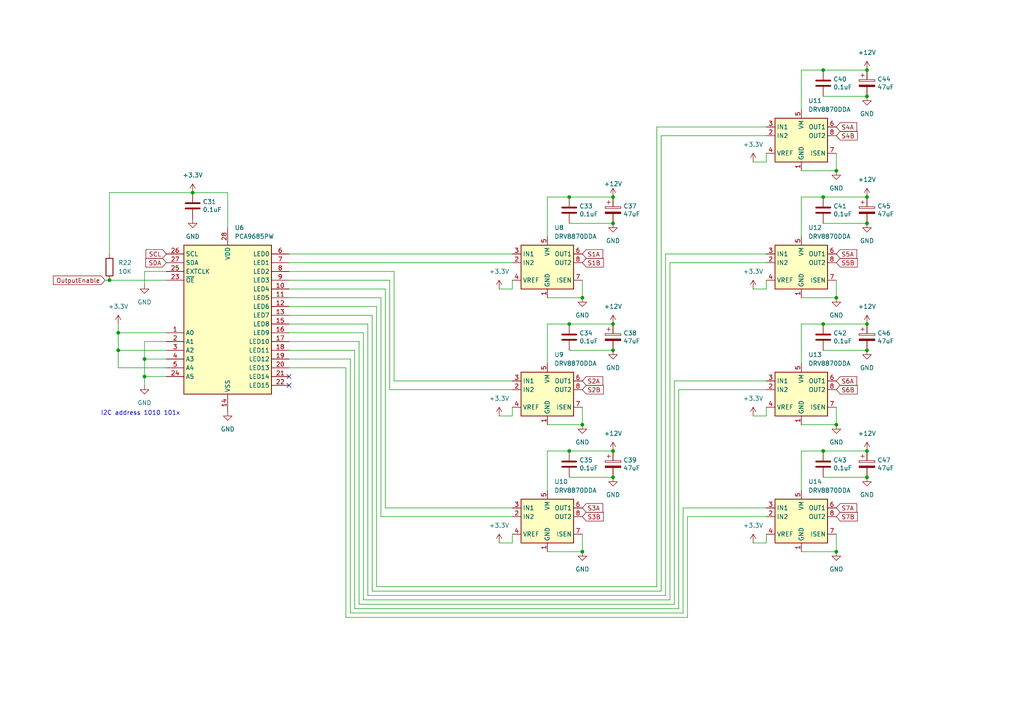
<source format=kicad_sch>
(kicad_sch (version 20230121) (generator eeschema)
  (paper "A4")
  (title_block (title "DRVs") (date "2023-11-26"))
  (lib_symbols
    (symbol "Device:C" (pin_numbers hide) (pin_names (offset 0.254))
      (property "Reference" "C" (at 0.635 2.54 0))
      (property "Value" "C" (at 0.635 -2.54 0))
      (symbol "C_0_1"
        (polyline (pts (xy -2.032 -0.762) (xy 2.032 -0.762)) (stroke (width 0.508)))
        (polyline (pts (xy -2.032 0.762) (xy 2.032 0.762)) (stroke (width 0.508)))
      )
      (symbol "C_1_1"
        (pin passive line (at 0 3.81 270) (length 2.794) (name "~") (number "1"))
        (pin passive line (at 0 -3.81 90) (length 2.794) (name "~") (number "2"))
      )
    )
    (symbol "Device:C_Polarized" (pin_numbers hide) (pin_names (offset 0.254))
      (property "Reference" "C" (at 0.635 2.54 0))
      (property "Value" "C_Polarized" (at 0.635 -2.54 0))
      (symbol "C_Polarized_0_1"
        (rectangle (start -2.286 0.508) (end 2.286 1.016))
        (polyline (pts (xy -1.778 2.286) (xy -0.762 2.286)))
        (polyline (pts (xy -1.27 2.794) (xy -1.27 1.778)))
        (rectangle (start 2.286 -0.508) (end -2.286 -1.016) (fill (type outline)))
      )
      (symbol "C_Polarized_1_1"
        (pin passive line (at 0 3.81 270) (length 2.794) (name "~") (number "1"))
        (pin passive line (at 0 -3.81 90) (length 2.794) (name "~") (number "2"))
      )
    )
    (symbol "Device:R" (pin_numbers hide) (pin_names (offset 0))
      (property "Reference" "R" (at 2.032 0 90))
      (property "Value" "R" (at 0 0 90))
      (symbol "R_0_1"
        (rectangle (start -1.016 -2.54) (end 1.016 2.54) (stroke (width 0.254)))
      )
      (symbol "R_1_1"
        (pin passive line (at 0 3.81 270) (length 1.27) (name "~") (number "1"))
        (pin passive line (at 0 -3.81 90) (length 1.27) (name "~") (number "2"))
      )
    )
    (symbol "Driver_LED:PCA9685PW"
      (property "Reference" "U" (at -12.7 22.225 0))
      (property "Value" "PCA9685PW" (at 1.27 22.225 0))
      (symbol "PCA9685PW_0_1"
        (rectangle (start -12.7 20.32) (end 12.7 -22.86) (stroke (width 0.254)) (fill (type background)))
      )
      (symbol "PCA9685PW_1_1"
        (pin input line (at -17.78 -5.08 0) (length 5.08) (name "A0") (number "1"))
        (pin output line (at 17.78 7.62 180) (length 5.08) (name "LED4") (number "10"))
        (pin output line (at 17.78 5.08 180) (length 5.08) (name "LED5") (number "11"))
        (pin output line (at 17.78 2.54 180) (length 5.08) (name "LED6") (number "12"))
        (pin output line (at 17.78 0 180) (length 5.08) (name "LED7") (number "13"))
        (pin power_in line (at 0 -27.94 90) (length 5.08) (name "VSS") (number "14"))
        (pin output line (at 17.78 -2.54 180) (length 5.08) (name "LED8") (number "15"))
        (pin output line (at 17.78 -5.08 180) (length 5.08) (name "LED9") (number "16"))
        (pin output line (at 17.78 -7.62 180) (length 5.08) (name "LED10") (number "17"))
        (pin output line (at 17.78 -10.16 180) (length 5.08) (name "LED11") (number "18"))
        (pin output line (at 17.78 -12.7 180) (length 5.08) (name "LED12") (number "19"))
        (pin input line (at -17.78 -7.62 0) (length 5.08) (name "A1") (number "2"))
        (pin output line (at 17.78 -15.24 180) (length 5.08) (name "LED13") (number "20"))
        (pin output line (at 17.78 -17.78 180) (length 5.08) (name "LED14") (number "21"))
        (pin output line (at 17.78 -20.32 180) (length 5.08) (name "LED15") (number "22"))
        (pin input line (at -17.78 10.16 0) (length 5.08) (name "~{OE}") (number "23"))
        (pin input line (at -17.78 -17.78 0) (length 5.08) (name "A5") (number "24"))
        (pin input line (at -17.78 12.7 0) (length 5.08) (name "EXTCLK") (number "25"))
        (pin input line (at -17.78 17.78 0) (length 5.08) (name "SCL") (number "26"))
        (pin bidirectional line (at -17.78 15.24 0) (length 5.08) (name "SDA") (number "27"))
        (pin power_in line (at 0 25.4 270) (length 5.08) (name "VDD") (number "28"))
        (pin input line (at -17.78 -10.16 0) (length 5.08) (name "A2") (number "3"))
        (pin input line (at -17.78 -12.7 0) (length 5.08) (name "A3") (number "4"))
        (pin input line (at -17.78 -15.24 0) (length 5.08) (name "A4") (number "5"))
        (pin output line (at 17.78 17.78 180) (length 5.08) (name "LED0") (number "6"))
        (pin output line (at 17.78 15.24 180) (length 5.08) (name "LED1") (number "7"))
        (pin output line (at 17.78 12.7 180) (length 5.08) (name "LED2") (number "8"))
        (pin output line (at 17.78 10.16 180) (length 5.08) (name "LED3") (number "9"))
      )
    )
    (symbol "Driver_Motor:DRV8870DDA"
      (property "Reference" "U" (at -6.35 6.35 0))
      (property "Value" "DRV8870DDA" (at 8.89 6.35 0))
      (symbol "DRV8870DDA_0_1"
        (rectangle (start -7.62 5.08) (end 7.62 -7.62) (stroke (width 0.254)) (fill (type background)))
      )
      (symbol "DRV8870DDA_1_1"
        (pin power_in line (at 0 -10.16 90) (length 2.54) (name "GND") (number "1"))
        (pin input line (at -10.16 0 0) (length 2.54) (name "IN2") (number "2"))
        (pin input line (at -10.16 2.54 0) (length 2.54) (name "IN1") (number "3"))
        (pin input line (at -10.16 -5.08 0) (length 2.54) (name "VREF") (number "4"))
        (pin power_in line (at 0 7.62 270) (length 2.54) (name "VM") (number "5"))
        (pin output line (at 10.16 2.54 180) (length 2.54) (name "OUT1") (number "6"))
        (pin passive line (at 10.16 -5.08 180) (length 2.54) (name "ISEN") (number "7"))
        (pin output line (at 10.16 0 180) (length 2.54) (name "OUT2") (number "8"))
        (pin passive line (at 0 -10.16 90) (length 2.54) hide (name "GND") (number "9"))
      )
    )
    (symbol "power:+12V" (power) (pin_names (offset 0))
      (property "Value" "+12V" (at 0 3.556 0))
      (symbol "+12V_0_1"
        (polyline (pts (xy -0.762 1.27) (xy 0 2.54)))
        (polyline (pts (xy 0 0) (xy 0 2.54)))
        (polyline (pts (xy 0 2.54) (xy 0.762 1.27)))
      )
      (symbol "+12V_1_1"
        (pin power_in line (at 0 0 90) (length 0) hide (name "+12V") (number "1"))
      )
    )
    (symbol "power:+3.3V" (power) (pin_names (offset 0))
      (property "Value" "+3.3V" (at 0 3.556 0))
      (symbol "+3.3V_0_1"
        (polyline (pts (xy -0.762 1.27) (xy 0 2.54)))
        (polyline (pts (xy 0 0) (xy 0 2.54)))
        (polyline (pts (xy 0 2.54) (xy 0.762 1.27)))
      )
      (symbol "+3.3V_1_1"
        (pin power_in line (at 0 0 90) (length 0) hide (name "+3.3V") (number "1"))
      )
    )
    (symbol "power:GND" (power) (pin_names (offset 0))
      (property "Value" "GND" (at 0 -3.81 0))
      (symbol "GND_0_1"
        (polyline (pts (xy 0 0) (xy 0 -1.27) (xy 1.27 -1.27) (xy 0 -2.54) (xy -1.27 -1.27) (xy 0 -1.27)))
      )
      (symbol "GND_1_1"
        (pin power_in line (at 0 0 270) (length 0) hide (name "GND") (number "1"))
      )
    )
  )
  (junction (at 34.29 96.52))
  (junction (at 251.46 57.15))
  (junction (at 31.75 81.28))
  (junction (at 242.57 49.53))
  (junction (at 34.29 101.6))
  (junction (at 177.8 64.77))
  (junction (at 41.91 104.14))
  (junction (at 251.46 27.94))
  (junction (at 165.1 93.98))
  (junction (at 168.91 86.36))
  (junction (at 177.8 138.43))
  (junction (at 177.8 57.15))
  (junction (at 251.46 130.81))
  (junction (at 168.91 160.02))
  (junction (at 165.1 57.15))
  (junction (at 168.91 123.19))
  (junction (at 177.8 130.81))
  (junction (at 238.76 93.98))
  (junction (at 251.46 138.43))
  (junction (at 242.57 86.36))
  (junction (at 165.1 130.81))
  (junction (at 251.46 101.6))
  (junction (at 238.76 20.32))
  (junction (at 55.88 55.88))
  (junction (at 177.8 101.6))
  (junction (at 242.57 123.19))
  (junction (at 251.46 20.32))
  (junction (at 238.76 130.81))
  (junction (at 242.57 160.02))
  (junction (at 251.46 64.77))
  (junction (at 41.91 109.22))
  (junction (at 177.8 93.98))
  (junction (at 238.76 57.15))
  (junction (at 251.46 93.98))
  (no_connect (at 83.82 111.76))
  (no_connect (at 83.82 109.22))
  (wire (pts (xy 165.1 57.15) (xy 158.75 57.15)))
  (wire (pts (xy 238.76 20.32) (xy 251.46 20.32)))
  (wire (pts (xy 113.03 81.28) (xy 113.03 113.03)))
  (wire (pts (xy 30.48 81.28) (xy 31.75 81.28)))
  (wire (pts (xy 165.1 93.98) (xy 177.8 93.98)))
  (wire (pts (xy 196.85 113.03) (xy 222.25 113.03)))
  (wire (pts (xy 165.1 57.15) (xy 177.8 57.15)))
  (wire (pts (xy 238.76 93.98) (xy 251.46 93.98)))
  (wire (pts (xy 168.91 154.94) (xy 168.91 160.02)))
  (wire (pts (xy 48.26 106.68) (xy 34.29 106.68)))
  (wire (pts (xy 31.75 55.88) (xy 55.88 55.88)))
  (wire (pts (xy 83.82 86.36) (xy 110.49 86.36)))
  (wire (pts (xy 83.82 81.28) (xy 113.03 81.28)))
  (wire (pts (xy 83.82 76.2) (xy 148.59 76.2)))
  (wire (pts (xy 222.25 110.49) (xy 195.58 110.49)))
  (wire (pts (xy 194.31 76.2) (xy 222.25 76.2)))
  (wire (pts (xy 222.25 44.45) (xy 222.25 46.99)))
  (wire (pts (xy 238.76 57.15) (xy 251.46 57.15)))
  (wire (pts (xy 232.41 49.53) (xy 242.57 49.53)))
  (wire (pts (xy 238.76 101.6) (xy 251.46 101.6)))
  (wire (pts (xy 238.76 93.98) (xy 232.41 93.98)))
  (wire (pts (xy 158.75 123.19) (xy 168.91 123.19)))
  (wire (pts (xy 101.6 104.14) (xy 101.6 177.8)))
  (wire (pts (xy 111.76 83.82) (xy 111.76 147.32)))
  (wire (pts (xy 232.41 123.19) (xy 242.57 123.19)))
  (wire (pts (xy 232.41 130.81) (xy 232.41 142.24)))
  (wire (pts (xy 198.12 177.8) (xy 101.6 177.8)))
  (wire (pts (xy 195.58 175.26) (xy 104.14 175.26)))
  (wire (pts (xy 148.59 83.82) (xy 144.78 83.82)))
  (wire (pts (xy 83.82 104.14) (xy 101.6 104.14)))
  (wire (pts (xy 191.77 171.45) (xy 191.77 39.37)))
  (wire (pts (xy 83.82 106.68) (xy 100.33 106.68)))
  (wire (pts (xy 238.76 27.94) (xy 251.46 27.94)))
  (wire (pts (xy 195.58 110.49) (xy 195.58 175.26)))
  (wire (pts (xy 31.75 81.28) (xy 48.26 81.28)))
  (wire (pts (xy 165.1 138.43) (xy 177.8 138.43)))
  (wire (pts (xy 232.41 20.32) (xy 232.41 31.75)))
  (wire (pts (xy 193.04 172.72) (xy 106.68 172.72)))
  (wire (pts (xy 242.57 154.94) (xy 242.57 160.02)))
  (wire (pts (xy 232.41 160.02) (xy 242.57 160.02)))
  (wire (pts (xy 232.41 93.98) (xy 232.41 105.41)))
  (wire (pts (xy 222.25 83.82) (xy 218.44 83.82)))
  (wire (pts (xy 107.95 171.45) (xy 191.77 171.45)))
  (wire (pts (xy 110.49 86.36) (xy 110.49 149.86)))
  (wire (pts (xy 158.75 93.98) (xy 158.75 105.41)))
  (wire (pts (xy 41.91 78.74) (xy 41.91 82.55)))
  (wire (pts (xy 48.26 78.74) (xy 41.91 78.74)))
  (wire (pts (xy 158.75 57.15) (xy 158.75 68.58)))
  (wire (pts (xy 222.25 120.65) (xy 218.44 120.65)))
  (wire (pts (xy 238.76 130.81) (xy 232.41 130.81)))
  (wire (pts (xy 34.29 101.6) (xy 48.26 101.6)))
  (wire (pts (xy 222.25 154.94) (xy 222.25 157.48)))
  (wire (pts (xy 83.82 78.74) (xy 114.3 78.74)))
  (wire (pts (xy 100.33 106.68) (xy 100.33 179.07)))
  (wire (pts (xy 196.85 176.53) (xy 196.85 113.03)))
  (wire (pts (xy 165.1 64.77) (xy 177.8 64.77)))
  (wire (pts (xy 199.39 149.86) (xy 222.25 149.86)))
  (wire (pts (xy 191.77 39.37) (xy 222.25 39.37)))
  (wire (pts (xy 158.75 160.02) (xy 168.91 160.02)))
  (wire (pts (xy 48.26 99.06) (xy 41.91 99.06)))
  (wire (pts (xy 242.57 44.45) (xy 242.57 49.53)))
  (wire (pts (xy 66.04 66.04) (xy 66.04 55.88)))
  (wire (pts (xy 168.91 118.11) (xy 168.91 123.19)))
  (wire (pts (xy 165.1 130.81) (xy 177.8 130.81)))
  (wire (pts (xy 148.59 147.32) (xy 111.76 147.32)))
  (wire (pts (xy 109.22 88.9) (xy 109.22 170.18)))
  (wire (pts (xy 222.25 81.28) (xy 222.25 83.82)))
  (wire (pts (xy 190.5 36.83) (xy 190.5 170.18)))
  (wire (pts (xy 34.29 101.6) (xy 34.29 96.52)))
  (wire (pts (xy 102.87 101.6) (xy 102.87 176.53)))
  (wire (pts (xy 193.04 73.66) (xy 193.04 172.72)))
  (wire (pts (xy 83.82 99.06) (xy 104.14 99.06)))
  (wire (pts (xy 114.3 78.74) (xy 114.3 110.49)))
  (wire (pts (xy 238.76 20.32) (xy 232.41 20.32)))
  (wire (pts (xy 105.41 96.52) (xy 105.41 173.99)))
  (wire (pts (xy 107.95 91.44) (xy 107.95 171.45)))
  (wire (pts (xy 83.82 101.6) (xy 102.87 101.6)))
  (wire (pts (xy 222.25 118.11) (xy 222.25 120.65)))
  (wire (pts (xy 104.14 99.06) (xy 104.14 175.26)))
  (wire (pts (xy 148.59 113.03) (xy 113.03 113.03)))
  (wire (pts (xy 242.57 81.28) (xy 242.57 86.36)))
  (wire (pts (xy 242.57 118.11) (xy 242.57 123.19)))
  (wire (pts (xy 148.59 157.48) (xy 144.78 157.48)))
  (wire (pts (xy 190.5 170.18) (xy 109.22 170.18)))
  (wire (pts (xy 83.82 96.52) (xy 105.41 96.52)))
  (wire (pts (xy 41.91 109.22) (xy 41.91 111.76)))
  (wire (pts (xy 83.82 73.66) (xy 148.59 73.66)))
  (wire (pts (xy 66.04 55.88) (xy 55.88 55.88)))
  (wire (pts (xy 83.82 83.82) (xy 111.76 83.82)))
  (wire (pts (xy 31.75 73.66) (xy 31.75 55.88)))
  (wire (pts (xy 148.59 118.11) (xy 148.59 120.65)))
  (wire (pts (xy 194.31 173.99) (xy 194.31 76.2)))
  (wire (pts (xy 148.59 154.94) (xy 148.59 157.48)))
  (wire (pts (xy 158.75 130.81) (xy 158.75 142.24)))
  (wire (pts (xy 34.29 106.68) (xy 34.29 101.6)))
  (wire (pts (xy 106.68 93.98) (xy 106.68 172.72)))
  (wire (pts (xy 232.41 86.36) (xy 242.57 86.36)))
  (wire (pts (xy 34.29 96.52) (xy 48.26 96.52)))
  (wire (pts (xy 41.91 109.22) (xy 48.26 109.22)))
  (wire (pts (xy 83.82 91.44) (xy 107.95 91.44)))
  (wire (pts (xy 222.25 36.83) (xy 190.5 36.83)))
  (wire (pts (xy 102.87 176.53) (xy 196.85 176.53)))
  (wire (pts (xy 199.39 179.07) (xy 199.39 149.86)))
  (wire (pts (xy 222.25 147.32) (xy 198.12 147.32)))
  (wire (pts (xy 165.1 93.98) (xy 158.75 93.98)))
  (wire (pts (xy 238.76 64.77) (xy 251.46 64.77)))
  (wire (pts (xy 238.76 138.43) (xy 251.46 138.43)))
  (wire (pts (xy 222.25 73.66) (xy 193.04 73.66)))
  (wire (pts (xy 83.82 93.98) (xy 106.68 93.98)))
  (wire (pts (xy 222.25 157.48) (xy 218.44 157.48)))
  (wire (pts (xy 232.41 57.15) (xy 232.41 68.58)))
  (wire (pts (xy 198.12 147.32) (xy 198.12 177.8)))
  (wire (pts (xy 34.29 96.52) (xy 34.29 93.98)))
  (wire (pts (xy 165.1 130.81) (xy 158.75 130.81)))
  (wire (pts (xy 41.91 99.06) (xy 41.91 104.14)))
  (wire (pts (xy 41.91 104.14) (xy 48.26 104.14)))
  (wire (pts (xy 41.91 104.14) (xy 41.91 109.22)))
  (wire (pts (xy 83.82 88.9) (xy 109.22 88.9)))
  (wire (pts (xy 165.1 101.6) (xy 177.8 101.6)))
  (wire (pts (xy 105.41 173.99) (xy 194.31 173.99)))
  (wire (pts (xy 238.76 57.15) (xy 232.41 57.15)))
  (wire (pts (xy 238.76 130.81) (xy 251.46 130.81)))
  (wire (pts (xy 168.91 81.28) (xy 168.91 86.36)))
  (wire (pts (xy 222.25 46.99) (xy 218.44 46.99)))
  (wire (pts (xy 158.75 86.36) (xy 168.91 86.36)))
  (wire (pts (xy 148.59 81.28) (xy 148.59 83.82)))
  (wire (pts (xy 148.59 110.49) (xy 114.3 110.49)))
  (wire (pts (xy 148.59 120.65) (xy 144.78 120.65)))
  (wire (pts (xy 148.59 149.86) (xy 110.49 149.86)))
  (wire (pts (xy 100.33 179.07) (xy 199.39 179.07)))
  (text "I2C address 1010 101x" (at 29.21 120.65 0) (effects (font (size 1.27 1.27)) (justify left bottom)))
  (global_label "S4B" (shape input) (at 242.57 39.37 0) (property "Intersheetrefs" "${INTERSHEET_REFS}" (effects hide)))
  (global_label "S6B" (shape input) (at 242.57 113.03 0) (property "Intersheetrefs" "${INTERSHEET_REFS}" (effects hide)))
  (global_label "S3B" (shape input) (at 168.91 149.86 0) (property "Intersheetrefs" "${INTERSHEET_REFS}" (effects hide)))
  (global_label "S5A" (shape input) (at 242.57 73.66 0) (property "Intersheetrefs" "${INTERSHEET_REFS}" (effects hide)))
  (global_label "S7B" (shape input) (at 242.57 149.86 0) (property "Intersheetrefs" "${INTERSHEET_REFS}" (effects hide)))
  (global_label "S7A" (shape input) (at 242.57 147.32 0) (property "Intersheetrefs" "${INTERSHEET_REFS}" (effects hide)))
  (global_label "S3A" (shape input) (at 168.91 147.32 0) (property "Intersheetrefs" "${INTERSHEET_REFS}" (effects hide)))
  (global_label "OutputEnable" (shape input) (at 30.48 81.28 180) (property "Intersheetrefs" "${INTERSHEET_REFS}" (effects hide)))
  (global_label "S1B" (shape input) (at 168.91 76.2 0) (property "Intersheetrefs" "${INTERSHEET_REFS}" (effects hide)))
  (global_label "SCL" (shape input) (at 48.26 73.66 180) (property "Intersheetrefs" "${INTERSHEET_REFS}" (effects hide)))
  (global_label "S2B" (shape input) (at 168.91 113.03 0) (property "Intersheetrefs" "${INTERSHEET_REFS}" (effects hide)))
  (global_label "S4A" (shape input) (at 242.57 36.83 0) (property "Intersheetrefs" "${INTERSHEET_REFS}" (effects hide)))
  (global_label "S6A" (shape input) (at 242.57 110.49 0) (property "Intersheetrefs" "${INTERSHEET_REFS}" (effects hide)))
  (global_label "S2A" (shape input) (at 168.91 110.49 0) (property "Intersheetrefs" "${INTERSHEET_REFS}" (effects hide)))
  (global_label "S1A" (shape input) (at 168.91 73.66 0) (property "Intersheetrefs" "${INTERSHEET_REFS}" (effects hide)))
  (global_label "S5B" (shape input) (at 242.57 76.2 0) (property "Intersheetrefs" "${INTERSHEET_REFS}" (effects hide)))
  (global_label "SDA" (shape input) (at 48.26 76.2 180) (property "Intersheetrefs" "${INTERSHEET_REFS}" (effects hide)))
  (symbol (lib_id "power:GND") (at 55.88 63.5 0) (unit 1)
    (property "Reference" "#PWR071" (effects hide))
    (property "Value" "GND" (at 55.88 68.58 0))
  )
  (symbol (lib_id "Device:C") (at 55.88 59.69 0) (unit 1)
    (property "Reference" "C31" (at 58.801 58.5216 0) (effects (justify left)))
    (property "Value" "0.1uF" (at 58.801 60.833 0) (effects (justify left)))
    (property "Footprint" "Capacitor_SMD:C_0603_1608Metric" (effects hide))
  )
  (symbol (lib_id "power:+3.3V") (at 34.29 93.98 0) (unit 1)
    (property "Reference" "#PWR067" (effects hide))
    (property "Value" "+3.3V" (at 34.29 88.9 0))
  )
  (symbol (lib_id "power:GND") (at 242.57 160.02 0) (unit 1)
    (property "Reference" "#PWR096" (effects hide))
    (property "Value" "GND" (at 242.57 165.1 0))
  )
  (symbol (lib_id "power:+3.3V") (at 55.88 55.88 0) (unit 1)
    (property "Reference" "#PWR070" (effects hide))
    (property "Value" "+3.3V" (at 55.88 50.8 0))
  )
  (symbol (lib_id "power:GND") (at 177.8 138.43 0) (unit 1)
    (property "Reference" "#PWR088" (effects hide))
    (property "Value" "GND" (at 177.8 143.51 0))
  )
  (symbol (lib_id "power:GND") (at 251.46 138.43 0) (unit 1)
    (property "Reference" "#PWR0104" (effects hide))
    (property "Value" "GND" (at 251.46 143.51 0))
  )
  (symbol (lib_id "Driver_Motor:DRV8870DDA") (at 158.75 113.03 0) (unit 1)
    (property "Reference" "U9" (at 160.7694 102.87 0) (effects (justify left)))
    (property "Value" "DRV8870DDA" (at 160.7694 105.41 0) (effects (justify left)))
    (property "Footprint" "Package_SO:Texas_HTSOP-8-1EP_3.9x4.9mm_P1.27mm_EP2.95x4.9mm_Mask2.4x3.1mm_ThermalVias" (effects hide))
    (property "Datasheet" "http://www.ti.com/lit/ds/symlink/drv8870.pdf" (effects hide))
  )
  (symbol (lib_id "Device:C") (at 165.1 134.62 0) (unit 1)
    (property "Reference" "C35" (at 168.021 133.4516 0) (effects (justify left)))
    (property "Value" "0.1uF" (at 168.021 135.763 0) (effects (justify left)))
    (property "Footprint" "Capacitor_SMD:C_0603_1608Metric" (effects hide))
  )
  (symbol (lib_id "Device:C_Polarized") (at 251.46 24.13 0) (unit 1)
    (property "Reference" "C44" (at 254.4572 22.9616 0) (effects (justify left)))
    (property "Value" "47uF" (at 254.4572 25.273 0) (effects (justify left)))
    (property "Footprint" "Capacitor_SMD:CP_Elec_6.3x5.4" (effects hide))
  )
  (symbol (lib_id "Device:C") (at 238.76 97.79 0) (unit 1)
    (property "Reference" "C42" (at 241.681 96.6216 0) (effects (justify left)))
    (property "Value" "0.1uF" (at 241.681 98.933 0) (effects (justify left)))
    (property "Footprint" "Capacitor_SMD:C_0603_1608Metric" (effects hide))
  )
  (symbol (lib_id "power:+12V") (at 177.8 130.81 0) (unit 1)
    (property "Reference" "#PWR087" (effects hide))
    (property "Value" "+12V" (at 177.8 125.73 0))
  )
  (symbol (lib_id "power:GND") (at 168.91 86.36 0) (unit 1)
    (property "Reference" "#PWR078" (effects hide))
    (property "Value" "GND" (at 168.91 91.44 0))
  )
  (symbol (lib_id "power:GND") (at 242.57 123.19 0) (unit 1)
    (property "Reference" "#PWR095" (effects hide))
    (property "Value" "GND" (at 242.57 128.27 0))
  )
  (symbol (lib_id "power:GND") (at 168.91 160.02 0) (unit 1)
    (property "Reference" "#PWR080" (effects hide))
    (property "Value" "GND" (at 168.91 165.1 0))
  )
  (symbol (lib_id "power:+3.3V") (at 218.44 83.82 0) (unit 1)
    (property "Reference" "#PWR090" (effects hide))
    (property "Value" "+3.3V" (at 218.44 78.74 0))
  )
  (symbol (lib_id "power:GND") (at 242.57 86.36 0) (unit 1)
    (property "Reference" "#PWR094" (effects hide))
    (property "Value" "GND" (at 242.57 91.44 0))
  )
  (symbol (lib_id "power:GND") (at 242.57 49.53 0) (unit 1)
    (property "Reference" "#PWR093" (effects hide))
    (property "Value" "GND" (at 242.57 54.61 0))
  )
  (symbol (lib_id "Driver_Motor:DRV8870DDA") (at 232.41 76.2 0) (unit 1)
    (property "Reference" "U12" (at 234.4294 66.04 0) (effects (justify left)))
    (property "Value" "DRV8870DDA" (at 234.4294 68.58 0) (effects (justify left)))
    (property "Footprint" "Package_SO:Texas_HTSOP-8-1EP_3.9x4.9mm_P1.27mm_EP2.95x4.9mm_Mask2.4x3.1mm_ThermalVias" (effects hide))
    (property "Datasheet" "http://www.ti.com/lit/ds/symlink/drv8870.pdf" (effects hide))
  )
  (symbol (lib_id "power:GND") (at 177.8 64.77 0) (unit 1)
    (property "Reference" "#PWR084" (effects hide))
    (property "Value" "GND" (at 177.8 69.85 0))
  )
  (symbol (lib_id "power:+3.3V") (at 218.44 120.65 0) (unit 1)
    (property "Reference" "#PWR091" (effects hide))
    (property "Value" "+3.3V" (at 218.44 115.57 0))
  )
  (symbol (lib_id "Device:C") (at 238.76 134.62 0) (unit 1)
    (property "Reference" "C43" (at 241.681 133.4516 0) (effects (justify left)))
    (property "Value" "0.1uF" (at 241.681 135.763 0) (effects (justify left)))
    (property "Footprint" "Capacitor_SMD:C_0603_1608Metric" (effects hide))
  )
  (symbol (lib_id "Device:C") (at 165.1 97.79 0) (unit 1)
    (property "Reference" "C34" (at 168.021 96.6216 0) (effects (justify left)))
    (property "Value" "0.1uF" (at 168.021 98.933 0) (effects (justify left)))
    (property "Footprint" "Capacitor_SMD:C_0603_1608Metric" (effects hide))
  )
  (symbol (lib_id "Device:C_Polarized") (at 251.46 60.96 0) (unit 1)
    (property "Reference" "C45" (at 254.4572 59.7916 0) (effects (justify left)))
    (property "Value" "47uF" (at 254.4572 62.103 0) (effects (justify left)))
    (property "Footprint" "Capacitor_SMD:CP_Elec_6.3x5.4" (effects hide))
  )
  (symbol (lib_id "power:GND") (at 177.8 101.6 0) (unit 1)
    (property "Reference" "#PWR086" (effects hide))
    (property "Value" "GND" (at 177.8 106.68 0))
  )
  (symbol (lib_id "Device:C") (at 238.76 24.13 0) (unit 1)
    (property "Reference" "C40" (at 241.681 22.9616 0) (effects (justify left)))
    (property "Value" "0.1uF" (at 241.681 25.273 0) (effects (justify left)))
    (property "Footprint" "Capacitor_SMD:C_0603_1608Metric" (effects hide))
  )
  (symbol (lib_id "power:+12V") (at 251.46 130.81 0) (unit 1)
    (property "Reference" "#PWR0103" (effects hide))
    (property "Value" "+12V" (at 251.46 125.73 0))
  )
  (symbol (lib_id "Driver_Motor:DRV8870DDA") (at 158.75 76.2 0) (unit 1)
    (property "Reference" "U8" (at 160.7694 66.04 0) (effects (justify left)))
    (property "Value" "DRV8870DDA" (at 160.7694 68.58 0) (effects (justify left)))
    (property "Footprint" "Package_SO:Texas_HTSOP-8-1EP_3.9x4.9mm_P1.27mm_EP2.95x4.9mm_Mask2.4x3.1mm_ThermalVias" (effects hide))
    (property "Datasheet" "http://www.ti.com/lit/ds/symlink/drv8870.pdf" (effects hide))
  )
  (symbol (lib_id "power:+12V") (at 177.8 57.15 0) (unit 1)
    (property "Reference" "#PWR083" (effects hide))
    (property "Value" "+12V" (at 177.8 53.34 0))
  )
  (symbol (lib_id "power:+3.3V") (at 218.44 157.48 0) (unit 1)
    (property "Reference" "#PWR092" (effects hide))
    (property "Value" "+3.3V" (at 218.44 152.4 0))
  )
  (symbol (lib_id "power:GND") (at 168.91 123.19 0) (unit 1)
    (property "Reference" "#PWR079" (effects hide))
    (property "Value" "GND" (at 168.91 128.27 0))
  )
  (symbol (lib_id "power:GND") (at 66.04 119.38 0) (unit 1)
    (property "Reference" "#PWR072" (effects hide))
    (property "Value" "GND" (at 66.04 124.46 0))
  )
  (symbol (lib_id "power:+3.3V") (at 144.78 83.82 0) (unit 1)
    (property "Reference" "#PWR074" (effects hide))
    (property "Value" "+3.3V" (at 144.78 78.74 0))
  )
  (symbol (lib_id "power:GND") (at 41.91 111.76 0) (unit 1)
    (property "Reference" "#PWR069" (effects hide))
    (property "Value" "GND" (at 41.91 116.84 0))
  )
  (symbol (lib_id "Driver_Motor:DRV8870DDA") (at 232.41 113.03 0) (unit 1)
    (property "Reference" "U13" (at 234.4294 102.87 0) (effects (justify left)))
    (property "Value" "DRV8870DDA" (at 234.4294 105.41 0) (effects (justify left)))
    (property "Footprint" "Package_SO:Texas_HTSOP-8-1EP_3.9x4.9mm_P1.27mm_EP2.95x4.9mm_Mask2.4x3.1mm_ThermalVias" (effects hide))
    (property "Datasheet" "http://www.ti.com/lit/ds/symlink/drv8870.pdf" (effects hide))
  )
  (symbol (lib_id "Driver_Motor:DRV8870DDA") (at 232.41 149.86 0) (unit 1)
    (property "Reference" "U14" (at 234.4294 139.7 0) (effects (justify left)))
    (property "Value" "DRV8870DDA" (at 234.4294 142.24 0) (effects (justify left)))
    (property "Footprint" "Package_SO:Texas_HTSOP-8-1EP_3.9x4.9mm_P1.27mm_EP2.95x4.9mm_Mask2.4x3.1mm_ThermalVias" (effects hide))
    (property "Datasheet" "http://www.ti.com/lit/ds/symlink/drv8870.pdf" (effects hide))
  )
  (symbol (lib_id "power:GND") (at 251.46 101.6 0) (unit 1)
    (property "Reference" "#PWR0102" (effects hide))
    (property "Value" "GND" (at 251.46 106.68 0))
  )
  (symbol (lib_id "power:+12V") (at 251.46 93.98 0) (unit 1)
    (property "Reference" "#PWR0101" (effects hide))
    (property "Value" "+12V" (at 251.46 88.9 0))
  )
  (symbol (lib_id "Device:C_Polarized") (at 177.8 134.62 0) (unit 1)
    (property "Reference" "C39" (at 180.7972 133.4516 0) (effects (justify left)))
    (property "Value" "47uF" (at 180.7972 135.763 0) (effects (justify left)))
    (property "Footprint" "Capacitor_SMD:CP_Elec_6.3x5.4" (effects hide))
  )
  (symbol (lib_id "Driver_LED:PCA9685PW") (at 66.04 91.44 0) (unit 1)
    (property "Reference" "U6" (at 68.0594 66.04 0) (effects (justify left)))
    (property "Value" "PCA9685PW" (at 68.0594 68.58 0) (effects (justify left)))
    (property "Footprint" "Package_SO:TSSOP-28_4.4x9.7mm_P0.65mm" (effects hide))
    (property "Datasheet" "http://www.nxp.com/docs/en/data-sheet/PCA9685.pdf" (effects hide))
  )
  (symbol (lib_id "power:+12V") (at 177.8 93.98 0) (unit 1)
    (property "Reference" "#PWR085" (effects hide))
    (property "Value" "+12V" (at 177.8 88.9 0))
  )
  (symbol (lib_id "Driver_Motor:DRV8870DDA") (at 232.41 39.37 0) (unit 1)
    (property "Reference" "U11" (at 234.4294 29.21 0) (effects (justify left)))
    (property "Value" "DRV8870DDA" (at 234.4294 31.75 0) (effects (justify left)))
    (property "Footprint" "Package_SO:Texas_HTSOP-8-1EP_3.9x4.9mm_P1.27mm_EP2.95x4.9mm_Mask2.4x3.1mm_ThermalVias" (effects hide))
    (property "Datasheet" "http://www.ti.com/lit/ds/symlink/drv8870.pdf" (effects hide))
  )
  (symbol (lib_id "power:+12V") (at 251.46 20.32 0) (unit 1)
    (property "Reference" "#PWR097" (effects hide))
    (property "Value" "+12V" (at 251.46 15.24 0))
  )
  (symbol (lib_id "power:GND") (at 251.46 64.77 0) (unit 1)
    (property "Reference" "#PWR0100" (effects hide))
    (property "Value" "GND" (at 251.46 69.85 0))
  )
  (symbol (lib_id "power:GND") (at 41.91 82.55 0) (unit 1)
    (property "Reference" "#PWR068" (effects hide))
    (property "Value" "GND" (at 41.91 87.63 0))
  )
  (symbol (lib_id "Device:C_Polarized") (at 177.8 60.96 0) (unit 1)
    (property "Reference" "C37" (at 180.7972 59.7916 0) (effects (justify left)))
    (property "Value" "47uF" (at 180.7972 62.103 0) (effects (justify left)))
    (property "Footprint" "Capacitor_SMD:CP_Elec_6.3x5.4" (effects hide))
  )
  (symbol (lib_id "Driver_Motor:DRV8870DDA") (at 158.75 149.86 0) (unit 1)
    (property "Reference" "U10" (at 160.7694 139.7 0) (effects (justify left)))
    (property "Value" "DRV8870DDA" (at 160.7694 142.24 0) (effects (justify left)))
    (property "Footprint" "Package_SO:Texas_HTSOP-8-1EP_3.9x4.9mm_P1.27mm_EP2.95x4.9mm_Mask2.4x3.1mm_ThermalVias" (effects hide))
    (property "Datasheet" "http://www.ti.com/lit/ds/symlink/drv8870.pdf" (effects hide))
  )
  (symbol (lib_id "Device:C_Polarized") (at 177.8 97.79 0) (unit 1)
    (property "Reference" "C38" (at 180.7972 96.6216 0) (effects (justify left)))
    (property "Value" "47uF" (at 180.7972 98.933 0) (effects (justify left)))
    (property "Footprint" "Capacitor_SMD:CP_Elec_6.3x5.4" (effects hide))
  )
  (symbol (lib_id "Device:C") (at 238.76 60.96 0) (unit 1)
    (property "Reference" "C41" (at 241.681 59.7916 0) (effects (justify left)))
    (property "Value" "0.1uF" (at 241.681 62.103 0) (effects (justify left)))
    (property "Footprint" "Capacitor_SMD:C_0603_1608Metric" (effects hide))
  )
  (symbol (lib_id "power:GND") (at 251.46 27.94 0) (unit 1)
    (property "Reference" "#PWR098" (effects hide))
    (property "Value" "GND" (at 251.46 33.02 0))
  )
  (symbol (lib_id "Device:C_Polarized") (at 251.46 134.62 0) (unit 1)
    (property "Reference" "C47" (at 254.4572 133.4516 0) (effects (justify left)))
    (property "Value" "47uF" (at 254.4572 135.763 0) (effects (justify left)))
    (property "Footprint" "Capacitor_SMD:CP_Elec_6.3x5.4" (effects hide))
  )
  (symbol (lib_id "power:+3.3V") (at 144.78 120.65 0) (unit 1)
    (property "Reference" "#PWR075" (effects hide))
    (property "Value" "+3.3V" (at 144.78 115.57 0))
  )
  (symbol (lib_id "power:+3.3V") (at 218.44 46.99 0) (unit 1)
    (property "Reference" "#PWR089" (effects hide))
    (property "Value" "+3.3V" (at 218.44 41.91 0))
  )
  (symbol (lib_id "power:+12V") (at 251.46 57.15 0) (unit 1)
    (property "Reference" "#PWR099" (effects hide))
    (property "Value" "+12V" (at 251.46 52.07 0))
  )
  (symbol (lib_id "power:+3.3V") (at 144.78 157.48 0) (unit 1)
    (property "Reference" "#PWR076" (effects hide))
    (property "Value" "+3.3V" (at 144.78 152.4 0))
  )
  (symbol (lib_id "Device:C") (at 165.1 60.96 0) (unit 1)
    (property "Reference" "C33" (at 168.021 59.7916 0) (effects (justify left)))
    (property "Value" "0.1uF" (at 168.021 62.103 0) (effects (justify left)))
    (property "Footprint" "Capacitor_SMD:C_0603_1608Metric" (effects hide))
  )
  (symbol (lib_id "Device:R") (at 31.75 77.47 0) (unit 1)
    (property "Reference" "R22" (at 34.29 76.1999 0) (effects (justify left)))
    (property "Value" "10K" (at 34.29 78.7399 0) (effects (justify left)))
    (property "Footprint" "Resistor_SMD:R_0603_1608Metric" (effects hide))
  )
  (symbol (lib_id "Device:C_Polarized") (at 251.46 97.79 0) (unit 1)
    (property "Reference" "C46" (at 254.4572 96.6216 0) (effects (justify left)))
    (property "Value" "47uF" (at 254.4572 98.933 0) (effects (justify left)))
    (property "Footprint" "Capacitor_SMD:CP_Elec_6.3x5.4" (effects hide))
  )
)
</source>
